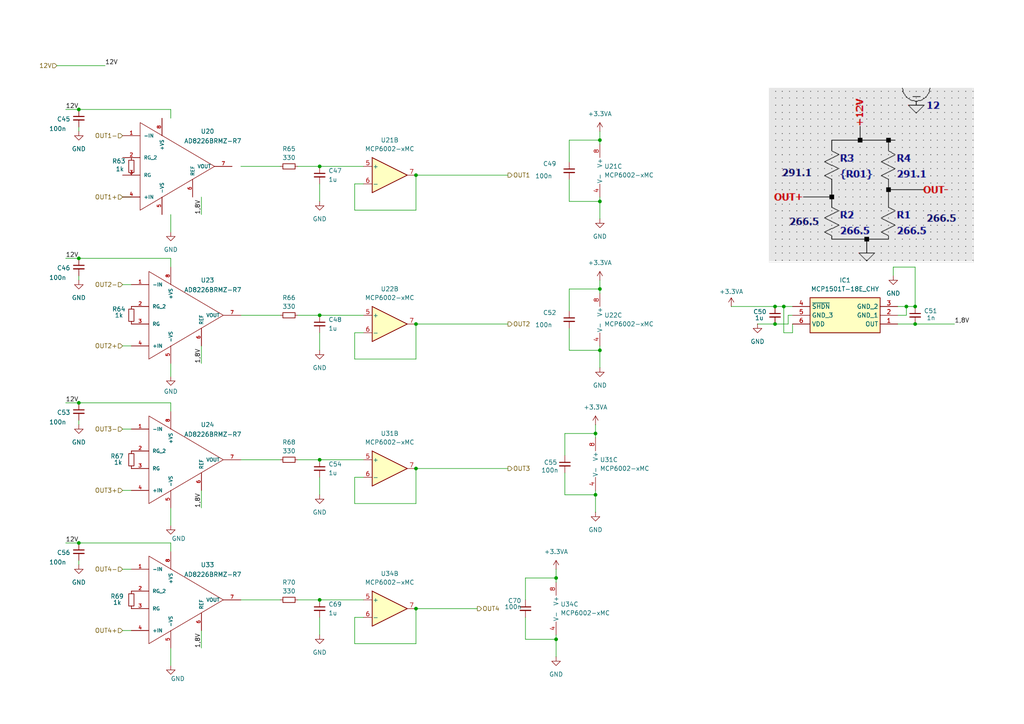
<source format=kicad_sch>
(kicad_sch (version 20231120) (generator "eeschema") (generator_version "8.0")
  (paper "A4")
  (lib_symbols
    (symbol "AD8226BRMZ-R7:AD8226BRMZ-R7" (pin_names (offset 1.016))
      (property "Reference" "U" (at -4.1148 15.2908 0))
      (property "Value" "AD8226BRMZ-R7" (at -6.5278 -23.6474 0))
      (symbol "AD8226BRMZ-R7_0_0"
        (pin passive line (at -11.43 2.54 0) (length 5.08) (name "RG_2") (number "2"))
        (pin passive line (at -11.43 -2.54 0) (length 5.08) (name "RG") (number "3"))
        (pin power_in line (at 0 13.97 270) (length 5.08) (name "+VS") (number "8"))
      )
      (symbol "AD8226BRMZ-R7_0_1"
        (polyline (pts (xy -6.35 -12.7) (xy -6.35 12.7) (xy 15.24 0) (xy -6.35 -12.7)))
      )
      (symbol "AD8226BRMZ-R7_1_0"
        (pin input line (at -11.43 8.89 0) (length 5.08) (name "-IN") (number "1"))
        (pin input line (at -11.43 -8.89 0) (length 5.08) (name "+IN") (number "4"))
        (pin power_in line (at 0 -13.97 90) (length 5.08) (name "-VS") (number "5"))
        (pin input line (at 8.89 -8.89 90) (length 5.08) (name "REF") (number "6"))
        (pin output line (at 20.32 0 180) (length 5.08) (name "VOUT") (number "7"))
      )
    )
    (symbol "AD8226BRMZ-R7_1" (pin_names (offset 1.016))
      (property "Reference" "U" (at -4.1148 15.2908 0))
      (property "Value" "AD8226BRMZ-R7" (at -6.5278 -24.9174 0))
      (symbol "AD8226BRMZ-R7_1_0_0"
        (pin passive line (at -8.89 2.54 0) (length 5.08) (name "RG_2") (number "2"))
        (pin passive line (at -8.89 -2.54 0) (length 5.08) (name "RG") (number "3"))
        (pin power_in line (at 2.54 13.97 270) (length 5.08) (name "+VS") (number "8"))
      )
      (symbol "AD8226BRMZ-R7_1_0_1"
        (polyline (pts (xy -3.81 -12.7) (xy -3.81 12.7) (xy 17.78 0) (xy -3.81 -12.7)))
      )
      (symbol "AD8226BRMZ-R7_1_1_0"
        (pin input line (at -8.89 8.89 0) (length 5.08) (name "-IN") (number "1"))
        (pin input line (at -8.89 -8.89 0) (length 5.08) (name "+IN") (number "4"))
        (pin power_in line (at 2.54 -13.97 90) (length 5.08) (name "-VS") (number "5"))
        (pin input line (at 11.43 -8.89 90) (length 5.08) (name "REF") (number "6"))
        (pin output line (at 22.86 0 180) (length 5.08) (name "VOUT") (number "7"))
      )
    )
    (symbol "Amplifier_Operational:MCP6002-xMC" (pin_names (offset 0.127))
      (property "Reference" "U" (at 0 5.08 0))
      (property "Value" "MCP6002-xMC" (at 0 -5.08 0))
      (symbol "MCP6002-xMC_1_1"
        (polyline (pts (xy -5.08 5.08) (xy 5.08 0) (xy -5.08 -5.08) (xy -5.08 5.08)) (stroke (width 0.254)) (fill (type background)))
        (pin output line (at 7.62 0 180) (length 2.54) (name "~") (number "1"))
        (pin input line (at -7.62 -2.54 0) (length 2.54) (name "-") (number "2"))
        (pin input line (at -7.62 2.54 0) (length 2.54) (name "+") (number "3"))
      )
      (symbol "MCP6002-xMC_2_1"
        (polyline (pts (xy -5.08 5.08) (xy 5.08 0) (xy -5.08 -5.08) (xy -5.08 5.08)) (stroke (width 0.254)) (fill (type background)))
        (pin input line (at -7.62 2.54 0) (length 2.54) (name "+") (number "5"))
        (pin input line (at -7.62 -2.54 0) (length 2.54) (name "-") (number "6"))
        (pin output line (at 7.62 0 180) (length 2.54) (name "~") (number "7"))
      )
      (symbol "MCP6002-xMC_3_1"
        (pin power_in line (at -2.54 -7.62 90) (length 3.81) (name "V-") (number "4"))
        (pin power_in line (at -2.54 7.62 270) (length 3.81) (name "V+") (number "8"))
        (pin passive line (at -2.54 -7.62 90) (length 3.81) hide (name "V-") (number "9"))
      )
    )
    (symbol "Device:C_Small" (pin_numbers hide) (pin_names (offset 0.254) hide)
      (property "Reference" "C" (at 0.254 1.778 0))
      (property "Value" "C_Small" (at 0.254 -2.032 0))
      (symbol "C_Small_0_1"
        (polyline (pts (xy -1.524 -0.508) (xy 1.524 -0.508)) (stroke (width 0.3302)))
        (polyline (pts (xy -1.524 0.508) (xy 1.524 0.508)) (stroke (width 0.3048)))
      )
      (symbol "C_Small_1_1"
        (pin passive line (at 0 2.54 270) (length 2.032) (name "~") (number "1"))
        (pin passive line (at 0 -2.54 90) (length 2.032) (name "~") (number "2"))
      )
    )
    (symbol "Device:R_Small" (pin_numbers hide) (pin_names (offset 0.254) hide)
      (property "Reference" "R" (at 0.762 0.508 0))
      (property "Value" "R_Small" (at 0.762 -1.016 0))
      (symbol "R_Small_0_1"
        (rectangle (start -0.762 1.778) (end 0.762 -1.778) (stroke (width 0.2032)))
      )
      (symbol "R_Small_1_1"
        (pin passive line (at 0 2.54 270) (length 0.762) (name "~") (number "1"))
        (pin passive line (at 0 -2.54 90) (length 0.762) (name "~") (number "2"))
      )
    )
    (symbol "MCP1501T-18E_CHY:MCP1501T-18E_CHY"
      (property "Reference" "IC" (at 26.67 7.62 0))
      (property "Value" "MCP1501T-18E_CHY" (at 26.67 5.08 0))
      (symbol "MCP1501T-18E_CHY_1_1"
        (rectangle (start 5.08 2.54) (end 25.4 -7.62) (stroke (width 0.254)) (fill (type background)))
        (pin passive line (at 0 0 0) (length 5.08) (name "OUT") (number "1"))
        (pin passive line (at 0 -2.54 0) (length 5.08) (name "GND_1") (number "2"))
        (pin passive line (at 0 -5.08 0) (length 5.08) (name "GND_2") (number "3"))
        (pin passive line (at 30.48 -5.08 180) (length 5.08) (name "~{SHDN}") (number "4"))
        (pin passive line (at 30.48 -2.54 180) (length 5.08) (name "GND_3") (number "5"))
        (pin passive line (at 30.48 0 180) (length 5.08) (name "VDD") (number "6"))
      )
    )
    (symbol "power:+3.3VA" (power) (pin_numbers hide) (pin_names (offset 0) hide)
      (property "Value" "+3.3VA" (at 0 3.556 0))
      (symbol "+3.3VA_0_1"
        (polyline (pts (xy -0.762 1.27) (xy 0 2.54)))
        (polyline (pts (xy 0 0) (xy 0 2.54)))
        (polyline (pts (xy 0 2.54) (xy 0.762 1.27)))
      )
      (symbol "+3.3VA_1_1"
        (pin power_in line (at 0 0 90) (length 0) (name "~") (number "1"))
      )
    )
    (symbol "power:GND" (power) (pin_numbers hide) (pin_names (offset 0) hide)
      (property "Value" "GND" (at 0 -3.81 0))
      (symbol "GND_0_1"
        (polyline (pts (xy 0 0) (xy 0 -1.27) (xy 1.27 -1.27) (xy 0 -2.54) (xy -1.27 -1.27) (xy 0 -1.27)))
      )
      (symbol "GND_1_1"
        (pin power_in line (at 0 0 270) (length 0) (name "~") (number "1"))
      )
    )
  )
  (junction (at 173.99 40.64))
  (junction (at 22.86 74.93))
  (junction (at 120.65 135.89))
  (junction (at 22.86 31.75))
  (junction (at 92.71 91.44))
  (junction (at 92.71 48.26))
  (junction (at 173.99 101.6))
  (junction (at 265.43 88.9))
  (junction (at 161.29 185.42))
  (junction (at 224.79 93.98))
  (junction (at 120.65 50.8))
  (junction (at 172.72 125.73))
  (junction (at 161.29 167.64))
  (junction (at 173.99 58.42))
  (junction (at 173.99 83.82))
  (junction (at 224.79 88.9))
  (junction (at 265.43 93.98))
  (junction (at 120.65 176.53))
  (junction (at 262.89 88.9))
  (junction (at 22.86 157.48))
  (junction (at 92.71 133.35))
  (junction (at 22.86 116.84))
  (junction (at 227.33 88.9))
  (junction (at 120.65 93.98))
  (junction (at 92.71 173.99))
  (junction (at 172.72 143.51))
  (wire (pts (xy 163.83 143.51) (xy 172.72 143.51)))
  (wire (pts (xy 165.1 52.07) (xy 165.1 58.42)))
  (wire (pts (xy 35.56 165.1) (xy 38.1 165.1)))
  (wire (pts (xy 69.85 91.44) (xy 81.28 91.44)))
  (wire (pts (xy 120.65 104.14) (xy 102.87 104.14)))
  (wire (pts (xy 161.29 190.5) (xy 161.29 185.42)))
  (wire (pts (xy 229.87 88.9) (xy 227.33 88.9)))
  (wire (pts (xy 35.56 100.33) (xy 38.1 100.33)))
  (wire (pts (xy 92.71 53.34) (xy 92.71 58.42)))
  (wire (pts (xy 161.29 167.64) (xy 152.4 167.64)))
  (wire (pts (xy 19.05 116.84) (xy 22.86 116.84)))
  (wire (pts (xy 92.71 96.52) (xy 92.71 101.6)))
  (wire (pts (xy 102.87 146.05) (xy 102.87 138.43)))
  (wire (pts (xy 92.71 133.35) (xy 105.41 133.35)))
  (wire (pts (xy 161.29 185.42) (xy 161.29 184.15)))
  (wire (pts (xy 265.43 77.47) (xy 259.08 77.47)))
  (wire (pts (xy 120.65 135.89) (xy 147.32 135.89)))
  (wire (pts (xy 262.89 88.9) (xy 265.43 88.9)))
  (wire (pts (xy 22.86 31.75) (xy 49.53 31.75)))
  (wire (pts (xy 92.71 48.26) (xy 105.41 48.26)))
  (wire (pts (xy 172.72 148.59) (xy 172.72 143.51)))
  (wire (pts (xy 58.42 147.32) (xy 58.42 142.24)))
  (wire (pts (xy 19.05 74.93) (xy 22.86 74.93)))
  (wire (pts (xy 165.1 101.6) (xy 173.99 101.6)))
  (wire (pts (xy 152.4 179.07) (xy 152.4 185.42)))
  (wire (pts (xy 49.53 119.38) (xy 49.53 116.84)))
  (wire (pts (xy 227.33 88.9) (xy 227.33 96.52)))
  (wire (pts (xy 35.56 82.55) (xy 38.1 82.55)))
  (wire (pts (xy 86.36 48.26) (xy 92.71 48.26)))
  (wire (pts (xy 228.6 93.98) (xy 228.6 91.44)))
  (wire (pts (xy 49.53 77.47) (xy 49.53 74.93)))
  (wire (pts (xy 163.83 137.16) (xy 163.83 143.51)))
  (wire (pts (xy 102.87 104.14) (xy 102.87 96.52)))
  (wire (pts (xy 161.29 165.1) (xy 161.29 167.64)))
  (wire (pts (xy 102.87 179.07) (xy 105.41 179.07)))
  (wire (pts (xy 22.86 116.84) (xy 49.53 116.84)))
  (wire (pts (xy 35.56 182.88) (xy 38.1 182.88)))
  (wire (pts (xy 172.72 143.51) (xy 172.72 142.24)))
  (wire (pts (xy 260.35 91.44) (xy 262.89 91.44)))
  (wire (pts (xy 224.79 93.98) (xy 228.6 93.98)))
  (wire (pts (xy 58.42 105.41) (xy 58.42 100.33)))
  (wire (pts (xy 58.42 62.23) (xy 58.42 57.15)))
  (wire (pts (xy 165.1 40.64) (xy 165.1 46.99)))
  (wire (pts (xy 229.87 96.52) (xy 227.33 96.52)))
  (wire (pts (xy 172.72 125.73) (xy 172.72 127)))
  (wire (pts (xy 120.65 50.8) (xy 147.32 50.8)))
  (wire (pts (xy 165.1 95.25) (xy 165.1 101.6)))
  (wire (pts (xy 22.86 81.28) (xy 22.86 80.01)))
  (wire (pts (xy 265.43 93.98) (xy 276.86 93.98)))
  (wire (pts (xy 173.99 106.68) (xy 173.99 101.6)))
  (wire (pts (xy 19.05 31.75) (xy 22.86 31.75)))
  (wire (pts (xy 173.99 38.1) (xy 173.99 40.64)))
  (wire (pts (xy 259.08 77.47) (xy 259.08 80.01)))
  (wire (pts (xy 120.65 93.98) (xy 147.32 93.98)))
  (wire (pts (xy 35.56 39.37) (xy 38.1 39.37)))
  (wire (pts (xy 86.36 91.44) (xy 92.71 91.44)))
  (wire (pts (xy 120.65 176.53) (xy 138.43 176.53)))
  (wire (pts (xy 120.65 93.98) (xy 120.65 104.14)))
  (wire (pts (xy 22.86 74.93) (xy 49.53 74.93)))
  (wire (pts (xy 19.05 157.48) (xy 22.86 157.48)))
  (wire (pts (xy 165.1 83.82) (xy 165.1 90.17)))
  (wire (pts (xy 265.43 88.9) (xy 265.43 77.47)))
  (wire (pts (xy 35.56 124.46) (xy 38.1 124.46)))
  (wire (pts (xy 35.56 57.15) (xy 38.1 57.15)))
  (wire (pts (xy 22.86 157.48) (xy 49.53 157.48)))
  (wire (pts (xy 49.53 34.29) (xy 49.53 31.75)))
  (wire (pts (xy 262.89 91.44) (xy 262.89 88.9)))
  (wire (pts (xy 173.99 58.42) (xy 173.99 57.15)))
  (wire (pts (xy 69.85 48.26) (xy 81.28 48.26)))
  (wire (pts (xy 58.42 187.96) (xy 58.42 182.88)))
  (wire (pts (xy 92.71 91.44) (xy 105.41 91.44)))
  (wire (pts (xy 165.1 58.42) (xy 173.99 58.42)))
  (wire (pts (xy 224.79 88.9) (xy 212.09 88.9)))
  (wire (pts (xy 102.87 53.34) (xy 105.41 53.34)))
  (wire (pts (xy 120.65 186.69) (xy 102.87 186.69)))
  (wire (pts (xy 49.53 147.32) (xy 49.53 152.4)))
  (wire (pts (xy 22.86 163.83) (xy 22.86 162.56)))
  (wire (pts (xy 120.65 135.89) (xy 120.65 146.05)))
  (wire (pts (xy 173.99 40.64) (xy 165.1 40.64)))
  (wire (pts (xy 173.99 81.28) (xy 173.99 83.82)))
  (wire (pts (xy 161.29 167.64) (xy 161.29 168.91)))
  (wire (pts (xy 86.36 133.35) (xy 92.71 133.35)))
  (wire (pts (xy 228.6 91.44) (xy 229.87 91.44)))
  (wire (pts (xy 102.87 96.52) (xy 105.41 96.52)))
  (wire (pts (xy 92.71 138.43) (xy 92.71 143.51)))
  (wire (pts (xy 260.35 88.9) (xy 262.89 88.9)))
  (wire (pts (xy 86.36 173.99) (xy 92.71 173.99)))
  (wire (pts (xy 92.71 179.07) (xy 92.71 184.15)))
  (wire (pts (xy 152.4 185.42) (xy 161.29 185.42)))
  (wire (pts (xy 172.72 125.73) (xy 163.83 125.73)))
  (wire (pts (xy 49.53 62.23) (xy 49.53 67.31)))
  (wire (pts (xy 69.85 173.99) (xy 81.28 173.99)))
  (wire (pts (xy 120.65 60.96) (xy 102.87 60.96)))
  (wire (pts (xy 102.87 60.96) (xy 102.87 53.34)))
  (wire (pts (xy 120.65 50.8) (xy 120.65 60.96)))
  (wire (pts (xy 35.56 142.24) (xy 38.1 142.24)))
  (wire (pts (xy 22.86 123.19) (xy 22.86 121.92)))
  (wire (pts (xy 49.53 105.41) (xy 49.53 109.22)))
  (wire (pts (xy 49.53 160.02) (xy 49.53 157.48)))
  (wire (pts (xy 229.87 93.98) (xy 229.87 96.52)))
  (wire (pts (xy 49.53 187.96) (xy 49.53 193.04)))
  (wire (pts (xy 22.86 38.1) (xy 22.86 36.83)))
  (wire (pts (xy 92.71 173.99) (xy 105.41 173.99)))
  (wire (pts (xy 102.87 186.69) (xy 102.87 179.07)))
  (wire (pts (xy 173.99 101.6) (xy 173.99 100.33)))
  (wire (pts (xy 120.65 176.53) (xy 120.65 186.69)))
  (wire (pts (xy 16.51 19.05) (xy 30.48 19.05)))
  (wire (pts (xy 173.99 83.82) (xy 173.99 85.09)))
  (wire (pts (xy 120.65 146.05) (xy 102.87 146.05)))
  (wire (pts (xy 69.85 133.35) (xy 81.28 133.35)))
  (wire (pts (xy 172.72 123.19) (xy 172.72 125.73)))
  (wire (pts (xy 163.83 125.73) (xy 163.83 132.08)))
  (wire (pts (xy 260.35 93.98) (xy 265.43 93.98)))
  (wire (pts (xy 102.87 138.43) (xy 105.41 138.43)))
  (wire (pts (xy 173.99 83.82) (xy 165.1 83.82)))
  (wire (pts (xy 152.4 167.64) (xy 152.4 173.99)))
  (wire (pts (xy 173.99 63.5) (xy 173.99 58.42)))
  (wire (pts (xy 219.71 93.98) (xy 224.79 93.98)))
  (wire (pts (xy 227.33 88.9) (xy 224.79 88.9)))
  (wire (pts (xy 173.99 40.64) (xy 173.99 41.91)))
  (image (at 252.73 50.8) (scale 0.70832))
  (label "1,8V" (at 58.42 105.41 90))
  (label "1,8V" (at 58.42 62.23 90))
  (label "1,8V" (at 276.86 93.98 0))
  (label "1,8V" (at 58.42 187.96 90))
  (label "12V" (at 30.48 19.05 0))
  (label "1,8V" (at 58.42 147.32 90))
  (label "12V" (at 19.05 74.93 0))
  (label "12V" (at 19.05 31.75 0))
  (label "12V" (at 19.05 116.84 0))
  (label "12V" (at 19.05 157.48 0))
  (hierarchical_label "OUT2+" (shape input) (at 35.56 100.33 180))
  (hierarchical_label "OUT2" (shape output) (at 147.32 93.98 0))
  (hierarchical_label "OUT1" (shape output) (at 147.32 50.8 0))
  (hierarchical_label "OUT3-" (shape input) (at 35.56 124.46 180))
  (hierarchical_label "OUT4" (shape output) (at 138.43 176.53 0))
  (hierarchical_label "OUT1-" (shape input) (at 35.56 39.37 180))
  (hierarchical_label "OUT3+" (shape input) (at 35.56 142.24 180))
  (hierarchical_label "OUT2-" (shape input) (at 35.56 82.55 180))
  (hierarchical_label "OUT1+" (shape input) (at 35.56 57.15 180))
  (hierarchical_label "OUT3" (shape output) (at 147.32 135.89 0))
  (hierarchical_label "12V" (shape input) (at 16.51 19.05 180))
  (hierarchical_label "OUT4+" (shape input) (at 35.56 182.88 180))
  (hierarchical_label "OUT4-" (shape input) (at 35.56 165.1 180))
  (symbol (lib_id "Device:C_Small") (at 92.71 135.89 0) (unit 1)
    (property "Reference" "C54" (at 95.25 134.6262 0) (effects (justify left)))
    (property "Value" "1u" (at 95.25 137.1662 0) (effects (justify left)))
    (property "Footprint" "Capacitor_SMD:C_0603_1608Metric" (effects (hide yes)))
    (property "Description" "Unpolarized capacitor, small symbol" (effects (hide yes)))
  )
  (symbol (lib_id "Amplifier_Operational:MCP6002-xMC") (at 176.53 49.53 0) (unit 3)
    (property "Reference" "U21" (at 175.26 48.2599 0) (effects (justify left)))
    (property "Value" "MCP6002-xMC" (at 175.26 50.7999 0) (effects (justify left)))
    (property "Footprint" "Package_DFN_QFN:DFN-8-1EP_3x2mm_P0.5mm_EP1.75x1.45mm" (effects (hide yes)))
    (property "Datasheet" "http://ww1.microchip.com/downloads/en/DeviceDoc/21733j.pdf" (effects (hide yes)))
    (property "Description" "1MHz, Low-Power Op Amp, DFN-8" (effects (hide yes)))
  )
  (symbol (lib_id "Device:C_Small") (at 22.86 160.02 0) (unit 1)
    (property "Reference" "C56" (at 16.51 160.274 0) (effects (justify left)))
    (property "Value" "100n" (at 14.224 163.068 0) (effects (justify left)))
    (property "Footprint" "Capacitor_SMD:C_0603_1608Metric" (effects (hide yes)))
    (property "Description" "Unpolarized capacitor, small symbol" (effects (hide yes)))
  )
  (symbol (lib_id "power:GND") (at 259.08 80.01 0) (unit 1)
    (property "Reference" "#PWR0152" (effects (hide yes)))
    (property "Value" "GND" (at 259.08 85.09 0))
    (property "Description" "Power symbol creates a global label with name \"GND\" , ground" (effects (hide yes)))
  )
  (symbol (lib_id "power:GND") (at 92.71 143.51 0) (unit 1)
    (property "Reference" "#PWR0203" (effects (hide yes)))
    (property "Value" "GND" (at 92.71 148.59 0))
    (property "Description" "Power symbol creates a global label with name \"GND\" , ground" (effects (hide yes)))
  )
  (symbol (lib_id "power:+3.3VA") (at 173.99 81.28 0) (unit 1)
    (property "Reference" "#PWR0197" (effects (hide yes)))
    (property "Value" "+3.3VA" (at 173.99 76.2 0))
    (property "Description" "Power symbol creates a global label with name \"+3.3VA\"" (effects (hide yes)))
  )
  (symbol (lib_id "power:GND") (at 49.53 67.31 0) (unit 1)
    (property "Reference" "#PWR0144" (effects (hide yes)))
    (property "Value" "GND" (at 49.53 72.39 0))
    (property "Description" "Power symbol creates a global label with name \"GND\" , ground" (effects (hide yes)))
  )
  (symbol (lib_id "power:GND") (at 92.71 58.42 0) (unit 1)
    (property "Reference" "#PWR0146" (effects (hide yes)))
    (property "Value" "GND" (at 92.71 63.5 0))
    (property "Description" "Power symbol creates a global label with name \"GND\" , ground" (effects (hide yes)))
  )
  (symbol (lib_id "Amplifier_Operational:MCP6002-xMC") (at 113.03 135.89 0) (unit 2)
    (property "Reference" "U31" (at 113.03 125.73 0))
    (property "Value" "MCP6002-xMC" (at 113.03 128.27 0))
    (property "Footprint" "Package_DFN_QFN:DFN-8-1EP_3x2mm_P0.5mm_EP1.75x1.45mm" (effects (hide yes)))
    (property "Datasheet" "http://ww1.microchip.com/downloads/en/DeviceDoc/21733j.pdf" (effects (hide yes)))
    (property "Description" "1MHz, Low-Power Op Amp, DFN-8" (effects (hide yes)))
  )
  (symbol (lib_id "Amplifier_Operational:MCP6002-xMC") (at 163.83 176.53 0) (unit 3)
    (property "Reference" "U34" (at 162.56 175.2599 0) (effects (justify left)))
    (property "Value" "MCP6002-xMC" (at 162.56 177.7999 0) (effects (justify left)))
    (property "Footprint" "Package_DFN_QFN:DFN-8-1EP_3x2mm_P0.5mm_EP1.75x1.45mm" (effects (hide yes)))
    (property "Datasheet" "http://ww1.microchip.com/downloads/en/DeviceDoc/21733j.pdf" (effects (hide yes)))
    (property "Description" "1MHz, Low-Power Op Amp, DFN-8" (effects (hide yes)))
  )
  (symbol (lib_id "Device:C_Small") (at 265.43 91.44 0) (unit 1)
    (property "Reference" "C51" (at 267.97 90.1762 0) (effects (justify left)))
    (property "Value" "1n" (at 268.732 92.202 0) (effects (justify left)))
    (property "Description" "Unpolarized capacitor, small symbol" (effects (hide yes)))
  )
  (symbol (lib_id "Device:R_Small") (at 38.1 173.99 0) (unit 1)
    (property "Reference" "R69" (at 32.004 172.974 0) (effects (justify left)))
    (property "Value" "1k" (at 32.766 174.752 0) (effects (justify left)))
    (property "Footprint" "Resistor_SMD:R_0603_1608Metric" (effects (hide yes)))
    (property "Description" "Resistor, small symbol" (effects (hide yes)))
  )
  (symbol (lib_id "Device:C_Small") (at 224.79 91.44 0) (unit 1)
    (property "Reference" "C50" (at 218.44 90.424 0) (effects (justify left)))
    (property "Value" "1u" (at 218.948 92.202 0) (effects (justify left)))
    (property "Footprint" "Capacitor_SMD:C_0603_1608Metric" (effects (hide yes)))
    (property "Description" "Unpolarized capacitor, small symbol" (effects (hide yes)))
  )
  (symbol (lib_id "Device:R_Small") (at 38.1 91.44 0) (unit 1)
    (property "Reference" "R64" (at 32.512 89.662 0) (effects (justify left)))
    (property "Value" "1k" (at 33.274 91.44 0) (effects (justify left)))
    (property "Footprint" "Resistor_SMD:R_0603_1608Metric" (effects (hide yes)))
    (property "Description" "Resistor, small symbol" (effects (hide yes)))
  )
  (symbol (lib_id "Amplifier_Operational:MCP6002-xMC") (at 113.03 93.98 0) (unit 2)
    (property "Reference" "U22" (at 113.03 83.82 0))
    (property "Value" "MCP6002-xMC" (at 113.03 86.36 0))
    (property "Footprint" "Package_DFN_QFN:DFN-8-1EP_3x2mm_P0.5mm_EP1.75x1.45mm" (effects (hide yes)))
    (property "Datasheet" "http://ww1.microchip.com/downloads/en/DeviceDoc/21733j.pdf" (effects (hide yes)))
    (property "Description" "1MHz, Low-Power Op Amp, DFN-8" (effects (hide yes)))
  )
  (symbol (lib_id "Device:C_Small") (at 152.4 176.53 0) (unit 1)
    (property "Reference" "C70" (at 147.32 174.244 0) (effects (justify left)))
    (property "Value" "100n" (at 146.304 176.022 0) (effects (justify left)))
    (property "Footprint" "Capacitor_SMD:C_0603_1608Metric" (effects (hide yes)))
    (property "Description" "Unpolarized capacitor, small symbol" (effects (hide yes)))
  )
  (symbol (lib_id "Device:R_Small") (at 83.82 133.35 90) (unit 1)
    (property "Reference" "R68" (at 83.82 128.27 90))
    (property "Value" "330" (at 83.82 130.81 90))
    (property "Description" "Resistor, small symbol" (effects (hide yes)))
  )
  (symbol (lib_id "power:GND") (at 219.71 93.98 0) (unit 1)
    (property "Reference" "#PWR0151" (effects (hide yes)))
    (property "Value" "GND" (at 219.71 99.06 0))
    (property "Description" "Power symbol creates a global label with name \"GND\" , ground" (effects (hide yes)))
  )
  (symbol (lib_id "power:GND") (at 173.99 106.68 0) (unit 1)
    (property "Reference" "#PWR0200" (effects (hide yes)))
    (property "Value" "GND" (at 173.99 111.76 0))
    (property "Description" "Power symbol creates a global label with name \"GND\" , ground" (effects (hide yes)))
  )
  (symbol (lib_id "power:GND") (at 49.53 109.22 0) (unit 1)
    (property "Reference" "#PWR0145" (effects (hide yes)))
    (property "Value" "GND" (at 49.53 113.538 0))
    (property "Description" "Power symbol creates a global label with name \"GND\" , ground" (effects (hide yes)))
  )
  (symbol (lib_id "Amplifier_Operational:MCP6002-xMC") (at 175.26 134.62 0) (unit 3)
    (property "Reference" "U31" (at 173.99 133.3499 0) (effects (justify left)))
    (property "Value" "MCP6002-xMC" (at 173.99 135.8899 0) (effects (justify left)))
    (property "Footprint" "Package_DFN_QFN:DFN-8-1EP_3x2mm_P0.5mm_EP1.75x1.45mm" (effects (hide yes)))
    (property "Datasheet" "http://ww1.microchip.com/downloads/en/DeviceDoc/21733j.pdf" (effects (hide yes)))
    (property "Description" "1MHz, Low-Power Op Amp, DFN-8" (effects (hide yes)))
  )
  (symbol (lib_name "AD8226BRMZ-R7_1") (lib_id "AD8226BRMZ-R7:AD8226BRMZ-R7") (at 46.99 91.44 0) (unit 1)
    (property "Reference" "U23" (at 60.198 81.28 0))
    (property "Value" "AD8226BRMZ-R7" (at 61.722 84.074 0))
    (property "Footprint" "AD8226BRMZ-R7:SOP65P490X110-8N" (effects (hide yes)))
    (property "MF" "Analog Devices" (effects (hide yes)))
    (property "Description_1" "\n                        \n                            Wide Supply Range, Rail-to-Rail Output Instrumentation Amplifier\n                        \n" (effects (hide yes)))
    (property "PACKAGE" "MSOP-8" (effects (hide yes)))
    (property "MPN" "AD8226BRMZ-R7" (effects (hide yes)))
    (property "Price" "None" (effects (hide yes)))
    (property "Package" "MSOP-8 Analog Devices" (effects (hide yes)))
    (property "OC_FARNELL" "-" (effects (hide yes)))
    (property "SnapEDA_Link" "https://www.snapeda.com/parts/AD8226BRMZ-R7/Analog+Devices/view-part/?ref=snap" (effects (hide yes)))
    (property "MP" "AD8226BRMZ-R7" (effects (hide yes)))
    (property "SUPPLIER" "Analog Devices" (effects (hide yes)))
    (property "OC_NEWARK" "24R9019" (effects (hide yes)))
    (property "Availability" "In Stock" (effects (hide yes)))
    (property "Check_prices" "https://www.snapeda.com/parts/AD8226BRMZ-R7/Analog+Devices/view-part/?ref=eda" (effects (hide yes)))
  )
  (symbol (lib_id "Amplifier_Operational:MCP6002-xMC") (at 113.03 176.53 0) (unit 2)
    (property "Reference" "U34" (at 113.03 166.37 0))
    (property "Value" "MCP6002-xMC" (at 113.03 168.91 0))
    (property "Footprint" "Package_DFN_QFN:DFN-8-1EP_3x2mm_P0.5mm_EP1.75x1.45mm" (effects (hide yes)))
    (property "Datasheet" "http://ww1.microchip.com/downloads/en/DeviceDoc/21733j.pdf" (effects (hide yes)))
    (property "Description" "1MHz, Low-Power Op Amp, DFN-8" (effects (hide yes)))
  )
  (symbol (lib_id "power:GND") (at 92.71 101.6 0) (unit 1)
    (property "Reference" "#PWR0147" (effects (hide yes)))
    (property "Value" "GND" (at 92.71 106.68 0))
    (property "Description" "Power symbol creates a global label with name \"GND\" , ground" (effects (hide yes)))
  )
  (symbol (lib_id "Amplifier_Operational:MCP6002-xMC") (at 113.03 50.8 0) (unit 2)
    (property "Reference" "U21" (at 113.03 40.64 0))
    (property "Value" "MCP6002-xMC" (at 113.03 43.18 0))
    (property "Footprint" "Package_DFN_QFN:DFN-8-1EP_3x2mm_P0.5mm_EP1.75x1.45mm" (effects (hide yes)))
    (property "Datasheet" "http://ww1.microchip.com/downloads/en/DeviceDoc/21733j.pdf" (effects (hide yes)))
    (property "Description" "1MHz, Low-Power Op Amp, DFN-8" (effects (hide yes)))
  )
  (symbol (lib_id "power:+3.3VA") (at 172.72 123.19 0) (unit 1)
    (property "Reference" "#PWR0204" (effects (hide yes)))
    (property "Value" "+3.3VA" (at 172.72 118.11 0))
    (property "Description" "Power symbol creates a global label with name \"+3.3VA\"" (effects (hide yes)))
  )
  (symbol (lib_id "MCP1501T-18E_CHY:MCP1501T-18E_CHY") (at 260.35 93.98 180) (unit 1)
    (property "Reference" "IC1" (at 245.11 81.28 0))
    (property "Value" "MCP1501T-18E_CHY" (at 245.11 83.82 0))
    (property "Footprint" "SOT95P270X145-6N" (effects (hide yes)))
    (property "Datasheet" "http://ww1.microchip.com/downloads/en/DeviceDoc/20005474E.pdf" (effects (hide yes)))
    (property "Description" "Voltage References Precision Buffered Voltage Reference" (effects (hide yes)))
    (property "Height" "1.45" (effects (hide yes)))
    (property "Manufacturer_Name" "Microchip" (effects (hide yes)))
    (property "Manufacturer_Part_Number" "MCP1501T-18E/CHY" (effects (hide yes)))
    (property "Mouser Part Number" "579-MCP1501T-18E/CHY" (effects (hide yes)))
    (property "Mouser Price/Stock" "https://www.mouser.co.uk/ProductDetail/Microchip-Technology/MCP1501T-18E-CHY?qs=8cKuZ6Ok2latOja4XfHM6g%3D%3D" (effects (hide yes)))
    (property "Arrow Part Number" "MCP1501T-18E/CHY" (effects (hide yes)))
    (property "Arrow Price/Stock" "https://www.arrow.com/en/products/mcp1501t-18echy/microchip-technology?region=nac" (effects (hide yes)))
  )
  (symbol (lib_id "AD8226BRMZ-R7:AD8226BRMZ-R7") (at 46.99 48.26 0) (unit 1)
    (property "Reference" "U20" (at 60.198 38.1 0))
    (property "Value" "AD8226BRMZ-R7" (at 61.722 40.894 0))
    (property "Footprint" "AD8226BRMZ-R7:SOP65P490X110-8N" (effects (hide yes)))
    (property "MF" "Analog Devices" (effects (hide yes)))
    (property "Description_1" "\n                        \n                            Wide Supply Range, Rail-to-Rail Output Instrumentation Amplifier\n                        \n" (effects (hide yes)))
    (property "PACKAGE" "MSOP-8" (effects (hide yes)))
    (property "MPN" "AD8226BRMZ-R7" (effects (hide yes)))
    (property "Price" "None" (effects (hide yes)))
    (property "Package" "MSOP-8 Analog Devices" (effects (hide yes)))
    (property "OC_FARNELL" "-" (effects (hide yes)))
    (property "SnapEDA_Link" "https://www.snapeda.com/parts/AD8226BRMZ-R7/Analog+Devices/view-part/?ref=snap" (effects (hide yes)))
    (property "MP" "AD8226BRMZ-R7" (effects (hide yes)))
    (property "SUPPLIER" "Analog Devices" (effects (hide yes)))
    (property "OC_NEWARK" "24R9019" (effects (hide yes)))
    (property "Availability" "In Stock" (effects (hide yes)))
    (property "Check_prices" "https://www.snapeda.com/parts/AD8226BRMZ-R7/Analog+Devices/view-part/?ref=eda" (effects (hide yes)))
  )
  (symbol (lib_id "Device:C_Small") (at 22.86 34.29 0) (unit 1)
    (property "Reference" "C45" (at 16.51 34.544 0) (effects (justify left)))
    (property "Value" "100n" (at 14.224 37.338 0) (effects (justify left)))
    (property "Footprint" "Capacitor_SMD:C_0603_1608Metric" (effects (hide yes)))
    (property "Description" "Unpolarized capacitor, small symbol" (effects (hide yes)))
  )
  (symbol (lib_id "power:GND") (at 49.53 193.04 0) (unit 1)
    (property "Reference" "#PWR0207" (effects (hide yes)))
    (property "Value" "GND" (at 51.562 196.85 0))
    (property "Description" "Power symbol creates a global label with name \"GND\" , ground" (effects (hide yes)))
  )
  (symbol (lib_id "Device:R_Small") (at 38.1 133.35 0) (unit 1)
    (property "Reference" "R67" (at 32.004 132.334 0) (effects (justify left)))
    (property "Value" "1k" (at 33.02 134.112 0) (effects (justify left)))
    (property "Footprint" "Resistor_SMD:R_0603_1608Metric" (effects (hide yes)))
    (property "Description" "Resistor, small symbol" (effects (hide yes)))
  )
  (symbol (lib_id "Device:R_Small") (at 38.1 48.26 0) (unit 1)
    (property "Reference" "R63" (at 32.512 46.736 0) (effects (justify left)))
    (property "Value" "1k" (at 33.528 49.022 0) (effects (justify left)))
    (property "Footprint" "Resistor_SMD:R_0603_1608Metric" (effects (hide yes)))
    (property "Description" "Resistor, small symbol" (effects (hide yes)))
  )
  (symbol (lib_id "power:GND") (at 22.86 38.1 0) (unit 1)
    (property "Reference" "#PWR0142" (effects (hide yes)))
    (property "Value" "GND" (at 22.86 43.18 0))
    (property "Description" "Power symbol creates a global label with name \"GND\" , ground" (effects (hide yes)))
  )
  (symbol (lib_id "Device:C_Small") (at 92.71 93.98 0) (unit 1)
    (property "Reference" "C48" (at 95.25 92.7162 0) (effects (justify left)))
    (property "Value" "1u" (at 95.25 95.2562 0) (effects (justify left)))
    (property "Footprint" "Capacitor_SMD:C_0603_1608Metric" (effects (hide yes)))
    (property "Description" "Unpolarized capacitor, small symbol" (effects (hide yes)))
  )
  (symbol (lib_id "power:GND") (at 161.29 190.5 0) (unit 1)
    (property "Reference" "#PWR0210" (effects (hide yes)))
    (property "Value" "GND" (at 161.29 195.58 0))
    (property "Description" "Power symbol creates a global label with name \"GND\" , ground" (effects (hide yes)))
  )
  (symbol (lib_id "power:GND") (at 172.72 148.59 0) (unit 1)
    (property "Reference" "#PWR0205" (effects (hide yes)))
    (property "Value" "GND" (at 172.72 153.67 0))
    (property "Description" "Power symbol creates a global label with name \"GND\" , ground" (effects (hide yes)))
  )
  (symbol (lib_id "power:GND") (at 22.86 123.19 0) (unit 1)
    (property "Reference" "#PWR0201" (effects (hide yes)))
    (property "Value" "GND" (at 22.86 128.27 0))
    (property "Description" "Power symbol creates a global label with name \"GND\" , ground" (effects (hide yes)))
  )
  (symbol (lib_id "Amplifier_Operational:MCP6002-xMC") (at 176.53 92.71 0) (unit 3)
    (property "Reference" "U22" (at 175.26 91.4399 0) (effects (justify left)))
    (property "Value" "MCP6002-xMC" (at 175.26 93.9799 0) (effects (justify left)))
    (property "Footprint" "Package_DFN_QFN:DFN-8-1EP_3x2mm_P0.5mm_EP1.75x1.45mm" (effects (hide yes)))
    (property "Datasheet" "http://ww1.microchip.com/downloads/en/DeviceDoc/21733j.pdf" (effects (hide yes)))
    (property "Description" "1MHz, Low-Power Op Amp, DFN-8" (effects (hide yes)))
  )
  (symbol (lib_name "AD8226BRMZ-R7_1") (lib_id "AD8226BRMZ-R7:AD8226BRMZ-R7") (at 46.99 173.99 0) (unit 1)
    (property "Reference" "U33" (at 60.198 163.83 0))
    (property "Value" "AD8226BRMZ-R7" (at 61.722 166.624 0))
    (property "Footprint" "AD8226BRMZ-R7:SOP65P490X110-8N" (effects (hide yes)))
    (property "MF" "Analog Devices" (effects (hide yes)))
    (property "Description_1" "\n                        \n                            Wide Supply Range, Rail-to-Rail Output Instrumentation Amplifier\n                        \n" (effects (hide yes)))
    (property "PACKAGE" "MSOP-8" (effects (hide yes)))
    (property "MPN" "AD8226BRMZ-R7" (effects (hide yes)))
    (property "Price" "None" (effects (hide yes)))
    (property "Package" "MSOP-8 Analog Devices" (effects (hide yes)))
    (property "OC_FARNELL" "-" (effects (hide yes)))
    (property "SnapEDA_Link" "https://www.snapeda.com/parts/AD8226BRMZ-R7/Analog+Devices/view-part/?ref=snap" (effects (hide yes)))
    (property "MP" "AD8226BRMZ-R7" (effects (hide yes)))
    (property "SUPPLIER" "Analog Devices" (effects (hide yes)))
    (property "OC_NEWARK" "24R9019" (effects (hide yes)))
    (property "Availability" "In Stock" (effects (hide yes)))
    (property "Check_prices" "https://www.snapeda.com/parts/AD8226BRMZ-R7/Analog+Devices/view-part/?ref=eda" (effects (hide yes)))
  )
  (symbol (lib_id "Device:R_Small") (at 83.82 91.44 90) (unit 1)
    (property "Reference" "R66" (at 83.82 86.36 90))
    (property "Value" "330" (at 83.82 88.9 90))
    (property "Description" "Resistor, small symbol" (effects (hide yes)))
  )
  (symbol (lib_id "Device:C_Small") (at 163.83 134.62 0) (unit 1)
    (property "Reference" "C55" (at 157.734 134.112 0) (effects (justify left)))
    (property "Value" "100n" (at 156.972 136.398 0) (effects (justify left)))
    (property "Footprint" "Capacitor_SMD:C_0603_1608Metric" (effects (hide yes)))
    (property "Description" "Unpolarized capacitor, small symbol" (effects (hide yes)))
  )
  (symbol (lib_id "Device:C_Small") (at 22.86 119.38 0) (unit 1)
    (property "Reference" "C53" (at 16.51 119.634 0) (effects (justify left)))
    (property "Value" "100n" (at 14.224 122.428 0) (effects (justify left)))
    (property "Footprint" "Capacitor_SMD:C_0603_1608Metric" (effects (hide yes)))
    (property "Description" "Unpolarized capacitor, small symbol" (effects (hide yes)))
  )
  (symbol (lib_id "power:GND") (at 92.71 184.15 0) (unit 1)
    (property "Reference" "#PWR0208" (effects (hide yes)))
    (property "Value" "GND" (at 92.71 189.23 0))
    (property "Description" "Power symbol creates a global label with name \"GND\" , ground" (effects (hide yes)))
  )
  (symbol (lib_id "Device:C_Small") (at 92.71 50.8 0) (unit 1)
    (property "Reference" "C47" (at 95.25 49.5362 0) (effects (justify left)))
    (property "Value" "1u" (at 95.25 52.0762 0) (effects (justify left)))
    (property "Footprint" "Capacitor_SMD:C_0603_1608Metric" (effects (hide yes)))
    (property "Description" "Unpolarized capacitor, small symbol" (effects (hide yes)))
  )
  (symbol (lib_id "power:GND") (at 22.86 81.28 0) (unit 1)
    (property "Reference" "#PWR0143" (effects (hide yes)))
    (property "Value" "GND" (at 22.86 86.36 0))
    (property "Description" "Power symbol creates a global label with name \"GND\" , ground" (effects (hide yes)))
  )
  (symbol (lib_id "Device:C_Small") (at 165.1 92.71 0) (unit 1)
    (property "Reference" "C52" (at 157.48 90.678 0) (effects (justify left)))
    (property "Value" "100n" (at 155.194 94.234 0) (effects (justify left)))
    (property "Footprint" "Capacitor_SMD:C_0603_1608Metric" (effects (hide yes)))
    (property "Description" "Unpolarized capacitor, small symbol" (effects (hide yes)))
  )
  (symbol (lib_id "power:+3.3VA") (at 212.09 88.9 0) (unit 1)
    (property "Reference" "#PWR0150" (effects (hide yes)))
    (property "Value" "+3.3VA" (at 212.09 84.582 0))
    (property "Description" "Power symbol creates a global label with name \"+3.3VA\"" (effects (hide yes)))
  )
  (symbol (lib_id "power:GND") (at 22.86 163.83 0) (unit 1)
    (property "Reference" "#PWR0206" (effects (hide yes)))
    (property "Value" "GND" (at 22.86 168.91 0))
    (property "Description" "Power symbol creates a global label with name \"GND\" , ground" (effects (hide yes)))
  )
  (symbol (lib_id "Device:R_Small") (at 83.82 48.26 90) (unit 1)
    (property "Reference" "R65" (at 83.82 43.18 90))
    (property "Value" "330" (at 83.82 45.72 90))
    (property "Description" "Resistor, small symbol" (effects (hide yes)))
  )
  (symbol (lib_id "power:+3.3VA") (at 161.29 165.1 0) (unit 1)
    (property "Reference" "#PWR0209" (effects (hide yes)))
    (property "Value" "+3.3VA" (at 161.29 160.02 0))
    (property "Description" "Power symbol creates a global label with name \"+3.3VA\"" (effects (hide yes)))
  )
  (symbol (lib_id "Device:C_Small") (at 165.1 49.53 0) (unit 1)
    (property "Reference" "C49" (at 157.48 47.498 0) (effects (justify left)))
    (property "Value" "100n" (at 155.194 51.054 0) (effects (justify left)))
    (property "Footprint" "Capacitor_SMD:C_0603_1608Metric" (effects (hide yes)))
    (property "Description" "Unpolarized capacitor, small symbol" (effects (hide yes)))
  )
  (symbol (lib_id "power:+3.3VA") (at 173.99 38.1 0) (unit 1)
    (property "Reference" "#PWR0148" (effects (hide yes)))
    (property "Value" "+3.3VA" (at 173.99 33.02 0))
    (property "Description" "Power symbol creates a global label with name \"+3.3VA\"" (effects (hide yes)))
  )
  (symbol (lib_id "power:GND") (at 173.99 63.5 0) (unit 1)
    (property "Reference" "#PWR0149" (effects (hide yes)))
    (property "Value" "GND" (at 173.99 68.58 0))
    (property "Description" "Power symbol creates a global label with name \"GND\" , ground" (effects (hide yes)))
  )
  (symbol (lib_id "power:GND") (at 49.53 152.4 0) (unit 1)
    (property "Reference" "#PWR0202" (effects (hide yes)))
    (property "Value" "GND" (at 51.816 156.21 0))
    (property "Description" "Power symbol creates a global label with name \"GND\" , ground" (effects (hide yes)))
  )
  (symbol (lib_id "Device:C_Small") (at 22.86 77.47 0) (unit 1)
    (property "Reference" "C46" (at 16.51 77.724 0) (effects (justify left)))
    (property "Value" "100n" (at 14.224 80.518 0) (effects (justify left)))
    (property "Footprint" "Capacitor_SMD:C_0603_1608Metric" (effects (hide yes)))
    (property "Description" "Unpolarized capacitor, small symbol" (effects (hide yes)))
  )
  (symbol (lib_id "Device:R_Small") (at 83.82 173.99 90) (unit 1)
    (property "Reference" "R70" (at 83.82 168.91 90))
    (property "Value" "330" (at 83.82 171.45 90))
    (property "Description" "Resistor, small symbol" (effects (hide yes)))
  )
  (symbol (lib_id "Device:C_Small") (at 92.71 176.53 0) (unit 1)
    (property "Reference" "C69" (at 95.25 175.2662 0) (effects (justify left)))
    (property "Value" "1u" (at 95.25 177.8062 0) (effects (justify left)))
    (property "Footprint" "Capacitor_SMD:C_0603_1608Metric" (effects (hide yes)))
    (property "Description" "Unpolarized capacitor, small symbol" (effects (hide yes)))
  )
  (symbol (lib_name "AD8226BRMZ-R7_1") (lib_id "AD8226BRMZ-R7:AD8226BRMZ-R7") (at 46.99 133.35 0) (unit 1)
    (property "Reference" "U24" (at 60.198 123.19 0))
    (property "Value" "AD8226BRMZ-R7" (at 61.722 125.984 0))
    (property "Footprint" "AD8226BRMZ-R7:SOP65P490X110-8N" (effects (hide yes)))
    (property "MF" "Analog Devices" (effects (hide yes)))
    (property "Description_1" "\n                        \n                            Wide Supply Range, Rail-to-Rail Output Instrumentation Amplifier\n                        \n" (effects (hide yes)))
    (property "PACKAGE" "MSOP-8" (effects (hide yes)))
    (property "MPN" "AD8226BRMZ-R7" (effects (hide yes)))
    (property "Price" "None" (effects (hide yes)))
    (property "Package" "MSOP-8 Analog Devices" (effects (hide yes)))
    (property "OC_FARNELL" "-" (effects (hide yes)))
    (property "SnapEDA_Link" "https://www.snapeda.com/parts/AD8226BRMZ-R7/Analog+Devices/view-part/?ref=snap" (effects (hide yes)))
    (property "MP" "AD8226BRMZ-R7" (effects (hide yes)))
    (property "SUPPLIER" "Analog Devices" (effects (hide yes)))
    (property "OC_NEWARK" "24R9019" (effects (hide yes)))
    (property "Availability" "In Stock" (effects (hide yes)))
    (property "Check_prices" "https://www.snapeda.com/parts/AD8226BRMZ-R7/Analog+Devices/view-part/?ref=eda" (effects (hide yes)))
  )
)
</source>
